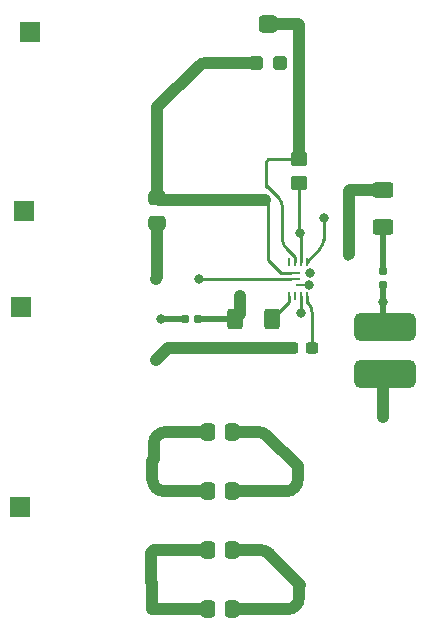
<source format=gbr>
%TF.GenerationSoftware,KiCad,Pcbnew,7.0.8*%
%TF.CreationDate,2023-11-19T04:52:14+05:30*%
%TF.ProjectId,NB679-DKA-BuckConverter,4e423637-392d-4444-9b41-2d4275636b43,rev?*%
%TF.SameCoordinates,Original*%
%TF.FileFunction,Copper,L1,Top*%
%TF.FilePolarity,Positive*%
%FSLAX46Y46*%
G04 Gerber Fmt 4.6, Leading zero omitted, Abs format (unit mm)*
G04 Created by KiCad (PCBNEW 7.0.8) date 2023-11-19 04:52:14*
%MOMM*%
%LPD*%
G01*
G04 APERTURE LIST*
G04 Aperture macros list*
%AMRoundRect*
0 Rectangle with rounded corners*
0 $1 Rounding radius*
0 $2 $3 $4 $5 $6 $7 $8 $9 X,Y pos of 4 corners*
0 Add a 4 corners polygon primitive as box body*
4,1,4,$2,$3,$4,$5,$6,$7,$8,$9,$2,$3,0*
0 Add four circle primitives for the rounded corners*
1,1,$1+$1,$2,$3*
1,1,$1+$1,$4,$5*
1,1,$1+$1,$6,$7*
1,1,$1+$1,$8,$9*
0 Add four rect primitives between the rounded corners*
20,1,$1+$1,$2,$3,$4,$5,0*
20,1,$1+$1,$4,$5,$6,$7,0*
20,1,$1+$1,$6,$7,$8,$9,0*
20,1,$1+$1,$8,$9,$2,$3,0*%
G04 Aperture macros list end*
%TA.AperFunction,SMDPad,CuDef*%
%ADD10RoundRect,0.300000X-0.300000X-0.300000X0.300000X-0.300000X0.300000X0.300000X-0.300000X0.300000X0*%
%TD*%
%TA.AperFunction,SMDPad,CuDef*%
%ADD11RoundRect,0.375000X-0.425000X-0.375000X0.425000X-0.375000X0.425000X0.375000X-0.425000X0.375000X0*%
%TD*%
%TA.AperFunction,SMDPad,CuDef*%
%ADD12RoundRect,0.600000X-2.050000X0.600000X-2.050000X-0.600000X2.050000X-0.600000X2.050000X0.600000X0*%
%TD*%
%TA.AperFunction,SMDPad,CuDef*%
%ADD13RoundRect,0.237500X0.300000X0.237500X-0.300000X0.237500X-0.300000X-0.237500X0.300000X-0.237500X0*%
%TD*%
%TA.AperFunction,ComponentPad*%
%ADD14R,1.700000X1.700000*%
%TD*%
%TA.AperFunction,SMDPad,CuDef*%
%ADD15RoundRect,0.062500X-0.687500X-0.062500X0.687500X-0.062500X0.687500X0.062500X-0.687500X0.062500X0*%
%TD*%
%TA.AperFunction,SMDPad,CuDef*%
%ADD16RoundRect,0.062500X-0.062500X-0.287500X0.062500X-0.287500X0.062500X0.287500X-0.062500X0.287500X0*%
%TD*%
%TA.AperFunction,SMDPad,CuDef*%
%ADD17RoundRect,0.062500X-0.287500X-0.062500X0.287500X-0.062500X0.287500X0.062500X-0.287500X0.062500X0*%
%TD*%
%TA.AperFunction,SMDPad,CuDef*%
%ADD18RoundRect,0.250000X-0.475000X0.337500X-0.475000X-0.337500X0.475000X-0.337500X0.475000X0.337500X0*%
%TD*%
%TA.AperFunction,SMDPad,CuDef*%
%ADD19RoundRect,0.250000X0.400000X0.625000X-0.400000X0.625000X-0.400000X-0.625000X0.400000X-0.625000X0*%
%TD*%
%TA.AperFunction,SMDPad,CuDef*%
%ADD20RoundRect,0.250000X-0.625000X0.400000X-0.625000X-0.400000X0.625000X-0.400000X0.625000X0.400000X0*%
%TD*%
%TA.AperFunction,SMDPad,CuDef*%
%ADD21RoundRect,0.250000X0.337500X0.475000X-0.337500X0.475000X-0.337500X-0.475000X0.337500X-0.475000X0*%
%TD*%
%TA.AperFunction,SMDPad,CuDef*%
%ADD22RoundRect,0.155000X0.212500X0.155000X-0.212500X0.155000X-0.212500X-0.155000X0.212500X-0.155000X0*%
%TD*%
%TA.AperFunction,SMDPad,CuDef*%
%ADD23RoundRect,0.250000X0.450000X-0.350000X0.450000X0.350000X-0.450000X0.350000X-0.450000X-0.350000X0*%
%TD*%
%TA.AperFunction,SMDPad,CuDef*%
%ADD24RoundRect,0.155000X-0.155000X0.212500X-0.155000X-0.212500X0.155000X-0.212500X0.155000X0.212500X0*%
%TD*%
%TA.AperFunction,ViaPad*%
%ADD25C,0.800000*%
%TD*%
%TA.AperFunction,Conductor*%
%ADD26C,0.250000*%
%TD*%
%TA.AperFunction,Conductor*%
%ADD27C,0.500000*%
%TD*%
%TA.AperFunction,Conductor*%
%ADD28C,1.000000*%
%TD*%
G04 APERTURE END LIST*
D10*
%TO.P,RV1,1,1*%
%TO.N,/Vin*%
X117100000Y-68700000D03*
D11*
%TO.P,RV1,2,2*%
%TO.N,Net-(U1-EN)*%
X118100000Y-65450000D03*
D10*
%TO.P,RV1,3,3*%
%TO.N,unconnected-(RV1-Pad3)*%
X119100000Y-68700000D03*
%TD*%
D12*
%TO.P,L1,1,1*%
%TO.N,/Sw*%
X128000000Y-91100000D03*
%TO.P,L1,2,2*%
%TO.N,/BST*%
X128000000Y-95100000D03*
%TD*%
D13*
%TO.P,C2,1*%
%TO.N,Net-(U1-LDO)*%
X121800000Y-92900000D03*
%TO.P,C2,2*%
%TO.N,GND*%
X120075000Y-92900000D03*
%TD*%
D14*
%TO.P,Vin1,1,Pin_1*%
%TO.N,/Vin*%
X97900000Y-66100000D03*
%TD*%
D15*
%TO.P,U1,1,Vin*%
%TO.N,/Vin*%
X120000000Y-86500000D03*
%TO.P,U1,2,PGND*%
%TO.N,GND*%
X120000000Y-87000000D03*
D16*
%TO.P,U1,3,PG*%
%TO.N,Net-(U1-PG)*%
X119850000Y-88450000D03*
%TO.P,U1,4*%
%TO.N,N/C*%
X120350000Y-88450000D03*
%TO.P,U1,5,Vout*%
%TO.N,/BST*%
X120850000Y-88450000D03*
%TO.P,U1,6,LDO*%
%TO.N,Net-(U1-LDO)*%
X121350000Y-88450000D03*
D15*
%TO.P,U1,7,Sw*%
%TO.N,/Sw*%
X121200000Y-87500000D03*
D17*
%TO.P,U1,8,BST*%
%TO.N,Net-(U1-BST)*%
X121600000Y-86500000D03*
D16*
%TO.P,U1,9,Vcc*%
%TO.N,Net-(U1-Vcc)*%
X121360000Y-85550000D03*
%TO.P,U1,10,AGND*%
%TO.N,GND*%
X120860000Y-85550000D03*
%TO.P,U1,11,EN*%
%TO.N,Net-(U1-EN)*%
X120360000Y-85550000D03*
%TO.P,U1,12,ENLDO*%
%TO.N,unconnected-(U1-ENLDO-Pad12)*%
X119860000Y-85550000D03*
%TD*%
D18*
%TO.P,C1,1*%
%TO.N,/Vin*%
X108700000Y-80200000D03*
%TO.P,C1,2*%
%TO.N,GND*%
X108700000Y-82275000D03*
%TD*%
D14*
%TO.P,GND1,1,Pin_1*%
%TO.N,GND*%
X97400000Y-81300000D03*
%TD*%
D19*
%TO.P,R2,1*%
%TO.N,Net-(U1-PG)*%
X118400000Y-90400000D03*
%TO.P,R2,2*%
%TO.N,Net-(U1-Vcc)*%
X115300000Y-90400000D03*
%TD*%
D20*
%TO.P,R3,1*%
%TO.N,Net-(U1-BST)*%
X127800000Y-79500000D03*
%TO.P,R3,2*%
%TO.N,Net-(C4-Pad1)*%
X127800000Y-82600000D03*
%TD*%
D21*
%TO.P,C7,1*%
%TO.N,/BST*%
X115037500Y-110000000D03*
%TO.P,C7,2*%
%TO.N,GND*%
X112962500Y-110000000D03*
%TD*%
%TO.P,C5,1*%
%TO.N,/BST*%
X115037500Y-100000000D03*
%TO.P,C5,2*%
%TO.N,GND*%
X112962500Y-100000000D03*
%TD*%
D22*
%TO.P,C3,1*%
%TO.N,Net-(U1-Vcc)*%
X112167500Y-90400000D03*
%TO.P,C3,2*%
%TO.N,GND*%
X111032500Y-90400000D03*
%TD*%
D14*
%TO.P,Vout1,1,Pin_1*%
%TO.N,/BST*%
X97100000Y-106300000D03*
%TD*%
D21*
%TO.P,C6,1*%
%TO.N,/BST*%
X115037500Y-105000000D03*
%TO.P,C6,2*%
%TO.N,GND*%
X112962500Y-105000000D03*
%TD*%
D23*
%TO.P,R1,1*%
%TO.N,GND*%
X120700000Y-78900000D03*
%TO.P,R1,2*%
%TO.N,Net-(U1-EN)*%
X120700000Y-76900000D03*
%TD*%
D24*
%TO.P,C4,1*%
%TO.N,Net-(C4-Pad1)*%
X127800000Y-86365000D03*
%TO.P,C4,2*%
%TO.N,/Sw*%
X127800000Y-87500000D03*
%TD*%
D14*
%TO.P,GND2,1,Pin_1*%
%TO.N,GND*%
X97200000Y-89400000D03*
%TD*%
D21*
%TO.P,C8,1*%
%TO.N,/BST*%
X115037500Y-115000000D03*
%TO.P,C8,2*%
%TO.N,GND*%
X112962500Y-115000000D03*
%TD*%
D25*
%TO.N,Net-(U1-BST)*%
X124850000Y-85070000D03*
X121600000Y-86500000D03*
%TO.N,/Sw*%
X127800000Y-89000000D03*
X121575630Y-87499205D03*
%TO.N,/Vin*%
X108700000Y-72500000D03*
%TO.N,GND*%
X108600000Y-93900000D03*
X120800000Y-83100000D03*
X108600000Y-87000000D03*
X109000000Y-90400000D03*
X112200000Y-87000000D03*
X108200000Y-112700000D03*
X108300000Y-102400000D03*
%TO.N,Net-(U1-Vcc)*%
X122800000Y-81900000D03*
X115700000Y-88500000D03*
%TO.N,/BST*%
X120500000Y-102800000D03*
X120800000Y-112900000D03*
X120900000Y-89900000D03*
X127800000Y-98700000D03*
%TD*%
D26*
%TO.N,/Sw*%
X121599702Y-87499205D02*
X121613436Y-87512939D01*
X121575630Y-87499205D02*
X121599702Y-87499205D01*
X121575630Y-87499205D02*
X121574835Y-87500000D01*
X121574835Y-87500000D02*
X121200000Y-87500000D01*
D27*
%TO.N,Net-(U1-BST)*%
X124850000Y-84950000D02*
X124900000Y-84900000D01*
X124850000Y-85070000D02*
X124850000Y-84950000D01*
X124730000Y-85070000D02*
X124850000Y-85070000D01*
%TO.N,/Sw*%
X127800000Y-89000000D02*
X127800000Y-90900000D01*
D28*
%TO.N,/Vin*%
X108700000Y-80200000D02*
X108700000Y-72500000D01*
X117100000Y-68700000D02*
X112914214Y-68700000D01*
D26*
X118100000Y-80600000D02*
X117862500Y-80362500D01*
D28*
X117862500Y-80362500D02*
X108862500Y-80362500D01*
D26*
X118100000Y-85400000D02*
X118100000Y-80600000D01*
X108862500Y-80362500D02*
X108700000Y-80200000D01*
X119200000Y-86500000D02*
X118100000Y-85400000D01*
D28*
X112207107Y-68992893D02*
X108700000Y-72500000D01*
D26*
X120000000Y-86500000D02*
X119200000Y-86500000D01*
D28*
X112914214Y-68700010D02*
G75*
G03*
X112207107Y-68992893I-14J-999990D01*
G01*
D26*
%TO.N,GND*%
X120000000Y-87000000D02*
X112200000Y-87000000D01*
X120700000Y-83000000D02*
X120800000Y-83100000D01*
D28*
X109600000Y-92900000D02*
X108600000Y-93900000D01*
X108700000Y-82275000D02*
X108700000Y-86900000D01*
X108400000Y-101000000D02*
X108400000Y-102300000D01*
D26*
X120700000Y-78900000D02*
X120700000Y-83000000D01*
X120860000Y-83160000D02*
X120800000Y-83100000D01*
D28*
X108200000Y-110200000D02*
X108200000Y-112700000D01*
X112962500Y-115000000D02*
X108300000Y-115000000D01*
X112962500Y-105000000D02*
X109300000Y-105000000D01*
X108300000Y-115000000D02*
X108300000Y-112800000D01*
X112962500Y-100000000D02*
X109400000Y-100000000D01*
X108300000Y-104000000D02*
X108300000Y-102400000D01*
D27*
X111032500Y-90400000D02*
X109000000Y-90400000D01*
D28*
X108400000Y-102300000D02*
X108300000Y-102400000D01*
D26*
X108300000Y-112800000D02*
X108200000Y-112700000D01*
D28*
X112962500Y-110000000D02*
X108400000Y-110000000D01*
X108400000Y-110000000D02*
X108200000Y-110200000D01*
X120075000Y-92900000D02*
X109600000Y-92900000D01*
D26*
X120860000Y-85550000D02*
X120860000Y-83160000D01*
D28*
X108700000Y-86900000D02*
X108600000Y-87000000D01*
X108300000Y-104000000D02*
G75*
G03*
X109300000Y-105000000I1000000J0D01*
G01*
X109400000Y-100000000D02*
G75*
G03*
X108400000Y-101000000I0J-1000000D01*
G01*
D26*
%TO.N,Net-(U1-LDO)*%
X121350000Y-88950000D02*
X121507107Y-89107107D01*
X121350000Y-88450000D02*
X121350000Y-88950000D01*
X121800000Y-89814214D02*
X121800000Y-92900000D01*
X121799990Y-89814214D02*
G75*
G03*
X121507107Y-89107107I-999990J14D01*
G01*
D28*
%TO.N,Net-(U1-Vcc)*%
X115700000Y-88500000D02*
X115700000Y-90000000D01*
D26*
X122800000Y-83695786D02*
X122800000Y-81900000D01*
D28*
X115700000Y-90000000D02*
X115300000Y-90400000D01*
D27*
X115300000Y-90400000D02*
X112167500Y-90400000D01*
D26*
X122800000Y-81900000D02*
X122800000Y-81800000D01*
X121360000Y-85550000D02*
X122507107Y-84402893D01*
X122507114Y-84402900D02*
G75*
G03*
X122800000Y-83695786I-707114J707100D01*
G01*
D27*
%TO.N,Net-(C4-Pad1)*%
X127800000Y-86365000D02*
X127800000Y-82600000D01*
%TO.N,/Sw*%
X127800000Y-87500000D02*
X127800000Y-89000000D01*
X127800000Y-90900000D02*
X128000000Y-91100000D01*
D28*
%TO.N,/BST*%
X120600000Y-104000000D02*
X120600000Y-102900000D01*
X117992893Y-100292893D02*
X120500000Y-102800000D01*
X115037500Y-115000000D02*
X119700000Y-115000000D01*
D26*
X120900000Y-89900000D02*
X121000000Y-89900000D01*
D28*
X115037500Y-110000000D02*
X117485786Y-110000000D01*
X120700000Y-114000000D02*
X120700000Y-113000000D01*
X120600000Y-102900000D02*
X120500000Y-102800000D01*
X127800000Y-94700000D02*
X127800000Y-98700000D01*
X115037500Y-100000000D02*
X117285786Y-100000000D01*
D26*
X120850000Y-89750000D02*
X120900000Y-89800000D01*
D28*
X118192893Y-110292893D02*
X120800000Y-112900000D01*
X115037500Y-105000000D02*
X119600000Y-105000000D01*
X120700000Y-113000000D02*
X120800000Y-112900000D01*
D26*
X121000000Y-89900000D02*
X120900000Y-89800000D01*
X120900000Y-89800000D02*
X120900000Y-89900000D01*
X120850000Y-88450000D02*
X120850000Y-89750000D01*
D28*
X118192900Y-110292886D02*
G75*
G03*
X117485786Y-110000000I-707100J-707114D01*
G01*
X119600000Y-105000000D02*
G75*
G03*
X120600000Y-104000000I0J1000000D01*
G01*
X119700000Y-115000000D02*
G75*
G03*
X120700000Y-114000000I0J1000000D01*
G01*
X117992900Y-100292886D02*
G75*
G03*
X117285786Y-100000000I-707100J-707114D01*
G01*
%TO.N,Net-(U1-EN)*%
X120650000Y-65450000D02*
X120700000Y-65500000D01*
X118100000Y-65450000D02*
X120650000Y-65450000D01*
X120700000Y-65500000D02*
X120700000Y-76900000D01*
D26*
X120360000Y-85550000D02*
X120360000Y-85151992D01*
X118100000Y-76900000D02*
X120700000Y-76900000D01*
X119007107Y-80207107D02*
X117900000Y-79100000D01*
X117900000Y-77100000D02*
X118100000Y-76900000D01*
X119300000Y-83677778D02*
X119300000Y-80914214D01*
X117900000Y-79200000D02*
X117900000Y-77100000D01*
X120360000Y-85151992D02*
X119592893Y-84384885D01*
X119300016Y-83677778D02*
G75*
G03*
X119592894Y-84384884I999984J-22D01*
G01*
X119299990Y-80914214D02*
G75*
G03*
X119007107Y-80207107I-999990J14D01*
G01*
%TO.N,Net-(U1-PG)*%
X118400000Y-90400000D02*
X119850000Y-88950000D01*
X119850000Y-88950000D02*
X119850000Y-88450000D01*
%TO.N,Net-(U1-BST)*%
X124900000Y-79600000D02*
X125000000Y-79500000D01*
D28*
X125000000Y-79500000D02*
X127800000Y-79500000D01*
X124900000Y-84900000D02*
X124900000Y-79600000D01*
%TD*%
M02*

</source>
